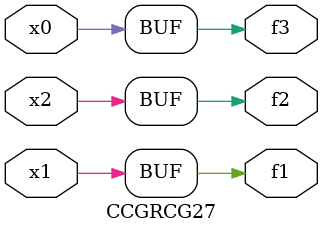
<source format=v>
module CCGRCG27(
	input x0, x1, x2,
	output f1, f2, f3
);
	assign f1 = x1;
	assign f2 = x2;
	assign f3 = x0;
endmodule

</source>
